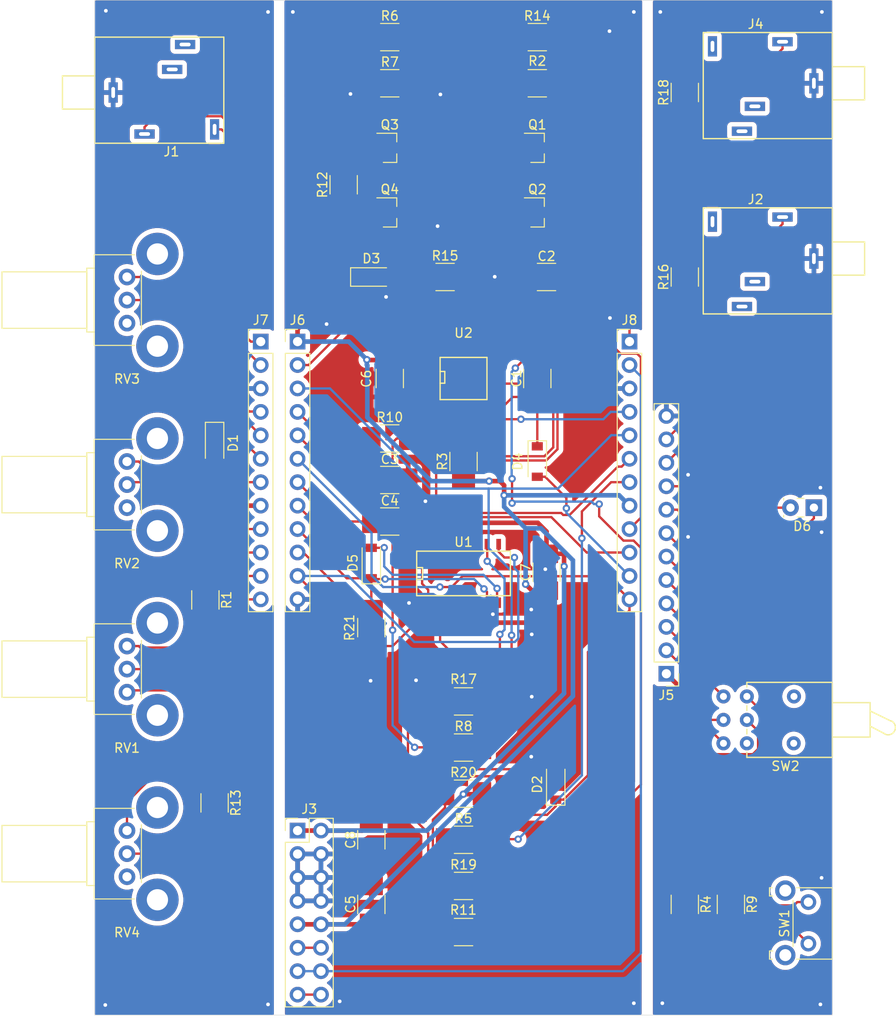
<source format=kicad_pcb>
(kicad_pcb (version 20241229) (generator "pcbnew") (generator_version "9.0")
  (layers (0 "F.Cu" signal) (2 "B.Cu" signal) (13 "F.Paste" user) (15 "B.Paste" user) (5 "F.SilkS" user "F.Silkscreen") (7 "B.SilkS" user "B.Silkscreen") (1 "F.Mask" user) (3 "B.Mask" user) (25 "Edge.Cuts" user))
  (net 0 "")
  (net 1 "Net-(C1-Pad2)")
  (net 2 "Net-(C1-Pad1)")
  (net 3 "GND")
  (net 4 "Net-(C2-Pad2)")
  (net 5 "+12v")
  (net 6 "-12v")
  (net 7 "Net-(D1-Pad2)")
  (net 8 "Net-(D1-Pad1)")
  (net 9 "Net-(D2-Pad2)")
  (net 10 "Net-(J1-Pad3)")
  (net 11 "Net-(J2-Pad3)")
  (net 12 "Net-(J2-Pad2)")
  (net 13 "Net-(J3-Pad15)")
  (net 14 "Net-(J3-Pad11)")
  (net 15 "Net-(J4-Pad2)")
  (net 16 "Net-(J4-Pad3)")
  (net 17 "Net-(Q1-Pad2)")
  (net 18 "Net-(Q1-Pad1)")
  (net 19 "Net-(Q2-Pad3)")
  (net 20 "Net-(Q3-Pad3)")
  (net 21 "Net-(Q3-Pad1)")
  (net 22 "Net-(R1-Pad2)")
  (net 23 "Net-(R4-Pad2)")
  (net 24 "Net-(R9-Pad2)")
  (net 25 "Net-(R13-Pad2)")
  (net 26 "Net-(R17-Pad2)")
  (net 27 "Net-(RV2-Pad3)")
  (net 28 "Net-(RV3-Pad3)")
  (net 29 "Net-(RV4-Pad3)")
  (net 30 "Net-(SW2-Pad3)")
  (net 31 "Speed3")
  (net 32 "Speed2")
  (net 33 "RELout")
  (net 34 "Button")
  (net 35 "RELin")
  (net 36 "LEDin")
  (net 37 "LEDout")
  (net 38 "Net-(D6-Pad2)")
  (net 39 "Net-(D6-Pad1)")
  (net 40 "Net-(J1-Pad2)")
  (net 41 "GateIn")
  (net 42 "Net-(J5-Pad7)")
  (net 43 "Net-(J5-Pad6)")
  (net 44 "Net-(J5-Pad5)")
  (net 45 "Net-(J5-Pad4)")
  (net 46 "Net-(J5-Pad3)")
  (net 47 "Net-(J5-Pad2)")
  (net 48 "ATTout")
  (net 49 "Speed1")
  (net 50 "ADSRout")
  (net 51 "ADSRInvert")
  (net 52 "Net-(J7-Pad12)")
  (net 53 "Net-(J7-Pad11)")
  (net 54 "Net-(J7-Pad10)")
  (net 55 "Net-(J7-Pad9)")
  (net 56 "Net-(J7-Pad7)")
  (net 57 "Net-(J7-Pad5)")
  (net 58 "Net-(J7-Pad4)")
  (net 59 "GateOut")
  (net 60 "ATTin")
  (net 61 "DECin")
  (net 62 "DECout")
  (net 63 "SUSin")
  (net 64 "SUSout")
  (net 65 "/GND_In")
  (net 66 "/GND_Out")
  (net 67 "/12VDC_Out")
  (net 68 "/12VDC_In")
  (net 69 "Net-(J5-Pad11)")
  (net 70 "Net-(J5-Pad10)")
  (footprint "LEDs:LED_Rectangular_W3.9mm_H1.9mm" (layer "F.Cu") (at 78 55 180)
    (property "Reference" "D6")
    (property "Value" "LED")
  )
  (footprint "Custom_Library:Mono_Jack_3.5mm_Switch_Switchcraft_35RAPC2AH3" (layer "F.Cu") (at 0 10)
    (property "Reference" "J1")
    (property "Value" "AudioJack1_Switch")
  )
  (footprint "Custom_Library:Mono_Jack_3.5mm_Switch_Switchcraft_35RAPC2AH3" (layer "F.Cu") (at 80 28 180)
    (property "Reference" "J2")
    (property "Value" "AudioJack1_Switch")
  )
  (footprint "Pin_Headers:Pin_Header_Straight_2x08_Pitch2.54mm" (layer "F.Cu") (at 22 90)
    (property "Reference" "J3")
    (property "Value" "Conn_02x08_Odd_Even")
  )
  (footprint "Custom_Library:Mono_Jack_3.5mm_Switch_Switchcraft_35RAPC2AH3" (layer "F.Cu") (at 80 9 180)
    (property "Reference" "J4")
    (property "Value" "AudioJack1_Switch")
  )
  (footprint "Potentiometers:Potentiometer_Bourns_PTV09A-2_Vertical" (layer "F.Cu") (at 3.5 70 180)
    (property "Reference" "RV1")
    (property "Value" "10k")
  )
  (footprint "Potentiometers:Potentiometer_Bourns_PTV09A-2_Vertical" (layer "F.Cu") (at 3.5 50 180)
    (property "Reference" "RV2")
    (property "Value" "500k")
  )
  (footprint "Potentiometers:Potentiometer_Bourns_PTV09A-2_Vertical" (layer "F.Cu") (at 3.5 30 180)
    (property "Reference" "RV3")
    (property "Value" "500k")
  )
  (footprint "Potentiometers:Potentiometer_Bourns_PTV09A-2_Vertical" (layer "F.Cu") (at 3.5 90 180)
    (property "Reference" "RV4")
    (property "Value" "500k")
  )
  (footprint "Custom_Library:200AWMDP1T2A1M6QE" (layer "F.Cu") (at 80 78 180)
    (property "Reference" "SW2")
    (property "Value" "SW_DPDT_x2")
  )
  (footprint "Pin_Headers:Pin_Header_Straight_1x12_Pitch2.54mm" (layer "F.Cu") (at 62 73 180)
    (property "Reference" "J5")
    (property "Value" "Conn_01x12")
  )
  (footprint "Pin_Headers:Pin_Header_Straight_1x12_Pitch2.54mm" (layer "F.Cu") (at 18 37)
    (property "Reference" "J7")
    (property "Value" "Conn_01x12")
  )
  (footprint "Pin_Headers:Pin_Header_Straight_1x12_Pitch2.54mm" (layer "F.Cu") (at 58 37)
    (property "Reference" "J8")
    (property "Value" "Conn_01x12")
  )
  (footprint "Pin_Headers:Pin_Header_Straight_1x12_Pitch2.54mm" (layer "F.Cu") (at 22 37)
    (property "Reference" "J6")
    (property "Value" "Conn_01x12")
  )
  (footprint "Custom_Library:SW_Tactile_TE_FSMRACDAH" (layer "F.Cu") (at 80 100 -90)
    (property "Reference" "SW1")
    (property "Value" "SW_Push")
  )
  (footprint "Capacitors_SMD:C_1210_HandSoldering" (layer "F.Cu") (at 48 41 90)
    (property "Reference" "C1")
    (property "Value" "0.1u")
  )
  (footprint "Capacitors_SMD:C_1210_HandSoldering" (layer "F.Cu") (at 49 30)
    (property "Reference" "C2")
    (property "Value" "0.1u")
  )
  (footprint "Capacitors_SMD:C_1210_HandSoldering" (layer "F.Cu") (at 32 52)
    (property "Reference" "C3")
    (property "Value" "1u")
  )
  (footprint "Capacitors_SMD:C_1210_HandSoldering" (layer "F.Cu") (at 32 56.5)
    (property "Reference" "C4")
    (property "Value" "10u")
  )
  (footprint "Capacitors_SMD:C_1210_HandSoldering" (layer "F.Cu") (at 30 98 90)
    (property "Reference" "C5")
    (property "Value" "22u")
  )
  (footprint "Capacitors_SMD:C_1210_HandSoldering" (layer "F.Cu") (at 32 41 -90)
    (property "Reference" "C6")
    (property "Value" "100u")
  )
  (footprint "Capacitors_SMD:C_1210_HandSoldering" (layer "F.Cu") (at 49 62 90)
    (property "Reference" "C7")
    (property "Value" "100u")
  )
  (footprint "Capacitors_SMD:C_1210_HandSoldering" (layer "F.Cu") (at 30 91 90)
    (property "Reference" "C8")
    (property "Value" "22u")
  )
  (footprint "Diodes_SMD:D_SOD-123" (layer "F.Cu") (at 13 48 -90)
    (property "Reference" "D1")
    (property "Value" "1N4148")
  )
  (footprint "Diodes_SMD:D_SOD-123" (layer "F.Cu") (at 50 85 90)
    (property "Reference" "D2")
    (property "Value" "1N4148")
  )
  (footprint "Diodes_SMD:D_SOD-123" (layer "F.Cu") (at 30 30)
    (property "Reference" "D3")
    (property "Value" "1N4148")
  )
  (footprint "Diodes_SMD:D_SOD-123" (layer "F.Cu") (at 48 50 -90)
    (property "Reference" "D4")
    (property "Value" "1N4148")
  )
  (footprint "Diodes_SMD:D_SOD-123" (layer "F.Cu") (at 30 61 90)
    (property "Reference" "D5")
    (property "Value" "1N4148")
  )
  (footprint "TO_SOT_Packages_SMD:SOT-23" (layer "F.Cu") (at 48 16)
    (property "Reference" "Q1")
    (property "Value" "2N7000")
  )
  (footprint "TO_SOT_Packages_SMD:SOT-23" (layer "F.Cu") (at 48 23)
    (property "Reference" "Q2")
    (property "Value" "2N3904")
  )
  (footprint "TO_SOT_Packages_SMD:SOT-23" (layer "F.Cu") (at 32 16)
    (property "Reference" "Q3")
    (property "Value" "2N3904")
  )
  (footprint "TO_SOT_Packages_SMD:SOT-23" (layer "F.Cu") (at 32 23)
    (property "Reference" "Q4")
    (property "Value" "2N3904")
  )
  (footprint "Resistors_SMD:R_1210_HandSoldering" (layer "F.Cu") (at 48 9 180)
    (property "Reference" "R2")
    (property "Value" "1M")
  )
  (footprint "Resistors_SMD:R_1210_HandSoldering" (layer "F.Cu") (at 40 50 90)
    (property "Reference" "R3")
    (property "Value" "22k")
  )
  (footprint "Resistors_SMD:R_1210_HandSoldering" (layer "F.Cu") (at 64 98 -90)
    (property "Reference" "R4")
    (property "Value" "10k")
  )
  (footprint "Resistors_SMD:R_1210_HandSoldering" (layer "F.Cu") (at 40 91)
    (property "Reference" "R5")
    (property "Value" "100")
  )
  (footprint "Resistors_SMD:R_1210_HandSoldering" (layer "F.Cu") (at 32 4)
    (property "Reference" "R6")
    (property "Value" "22k")
  )
  (footprint "Resistors_SMD:R_1210_HandSoldering" (layer "F.Cu") (at 32 9)
    (property "Reference" "R7")
    (property "Value" "22k")
  )
  (footprint "Resistors_SMD:R_1210_HandSoldering" (layer "F.Cu") (at 40 81)
    (property "Reference" "R8")
    (property "Value" "680")
  )
  (footprint "Resistors_SMD:R_1210_HandSoldering" (layer "F.Cu") (at 69 98 -90)
    (property "Reference" "R9")
    (property "Value" "47k")
  )
  (footprint "Resistors_SMD:R_1210_HandSoldering" (layer "F.Cu") (at 32 47.5)
    (property "Reference" "R10")
    (property "Value" "120")
  )
  (footprint "Resistors_SMD:R_1210_HandSoldering" (layer "F.Cu") (at 40 101 180)
    (property "Reference" "R11")
    (property "Value" "22k")
  )
  (footprint "Resistors_SMD:R_1210_HandSoldering" (layer "F.Cu") (at 27 20 90)
    (property "Reference" "R12")
    (property "Value" "1M")
  )
  (footprint "Resistors_SMD:R_1210_HandSoldering" (layer "F.Cu") (at 13 87 -90)
    (property "Reference" "R13")
    (property "Value" "100")
  )
  (footprint "Resistors_SMD:R_1210_HandSoldering" (layer "F.Cu") (at 48 4)
    (property "Reference" "R14")
    (property "Value" "1.2M")
  )
  (footprint "Resistors_SMD:R_1210_HandSoldering" (layer "F.Cu") (at 38 30)
    (property "Reference" "R15")
    (property "Value" "10")
  )
  (footprint "Resistors_SMD:R_1210_HandSoldering" (layer "F.Cu") (at 64 30 90)
    (property "Reference" "R16")
    (property "Value" "1k")
  )
  (footprint "Resistors_SMD:R_1210_HandSoldering" (layer "F.Cu") (at 64 10 90)
    (property "Reference" "R18")
    (property "Value" "1k")
  )
  (footprint "Resistors_SMD:R_1210_HandSoldering" (layer "F.Cu") (at 40 96)
    (property "Reference" "R19")
    (property "Value" "100k")
  )
  (footprint "Resistors_SMD:R_1210_HandSoldering" (layer "F.Cu") (at 40 86)
    (property "Reference" "R20")
    (property "Value" "150k")
  )
  (footprint "Resistors_SMD:R_1210_HandSoldering" (layer "F.Cu") (at 30 68 -90)
    (property "Reference" "R21")
    (property "Value" "1k")
  )
  (footprint "SMD_Packages:SOIC-14_N" (layer "F.Cu") (at 40 62)
    (property "Reference" "U1")
    (property "Value" "TL074")
  )
  (footprint "SMD_Packages:SOIC-8-N" (layer "F.Cu") (at 40 41)
    (property "Reference" "U2")
    (property "Value" "ICM7555")
  )
  (footprint "Resistors_SMD:R_1210_HandSoldering" (layer "F.Cu") (at 40 76 180)
    (property "Reference" "R17")
    (property "Value" "100k")
  )
  (footprint "Resistors_SMD:R_1210_HandSoldering" (layer "F.Cu") (at 12 65 -90)
    (property "Reference" "R1")
    (property "Value" "4.7k")
  )
  (gr_line (start 80 0) (end 80 110) (stroke (width 0.05)) (layer "Edge.Cuts"))
  (gr_line (start 80 110) (end 0 110) (stroke (width 0.05)) (layer "Edge.Cuts"))
  (gr_line (start 0 0) (end 80 0) (stroke (width 0.05)) (layer "Edge.Cuts"))
  (gr_line (start 0 110) (end 0 0) (stroke (width 0.05)) (layer "Edge.Cuts"))
  (segment (start 52.6796 28.2956) (end 48.334 23.95) (width 0.25) (layer "F.Cu") (net 1))
  (segment (start 58.451402 58.5724) (end 57.34881 58.5724) (width 0.25) (layer "F.Cu") (net 1))
  (segment (start 52.6796 31.496) (end 52.6796 28.2956) (width 0.25) (layer "F.Cu") (net 1))
  (segment (start 45.2628 54.5086) (end 45.2628 53.942915) (width 0.25) (layer "F.Cu") (net 1))
  (segment (start 59.2328 59.353798) (end 58.451402 58.5724) (width 0.25) (layer "F.Cu") (net 1))
  (segment (start 57.34881 58.5724) (end 54.7116 55.93519) (width 0.25) (layer "F.Cu") (net 1))
  (segment (start 45.2628 53.942915) (end 45.2628 51.8668) (width 0.25) (layer "F.Cu") (net 1))
  (segment (start 43.25 101) (end 59.2328 85.0172) (width 0.25) (layer "F.Cu") (net 1))
  (segment (start 48.334 23.95) (end 47.7 23.95) (width 0.25) (layer "F.Cu") (net 1))
  (segment (start 45.622 39.878) (end 45.6184 39.878) (width 0.25) (layer "F.Cu") (net 1))
  (segment (start 48 36.1756) (end 52.6796 31.496) (width 0.25) (layer "F.Cu") (net 1))
  (segment (start 42 101) (end 43.25 101) (width 0.25) (layer "F.Cu") (net 1))
  (segment (start 48 39) (end 46.5 39) (width 0.25) (layer "F.Cu") (net 1))
  (segment (start 48 39) (end 48 36.1756) (width 0.25) (layer "F.Cu") (net 1))
  (segment (start 46.5 39) (end 45.622 39.878) (width 0.25) (layer "F.Cu") (net 1))
  (segment (start 54.7116 55.93519) (end 54.7116 54.61) (width 0.25) (layer "F.Cu") (net 1))
  (segment (start 59.2328 85.0172) (end 59.2328 59.353798) (width 0.25) (layer "F.Cu") (net 1))
  (segment (start 47.7 23.95) (end 47 23.95) (width 0.25) (layer "F.Cu") (net 1))
  (via (at 54.7116 54.61) (size 0.8) (drill 0.4) (layers "F.Cu" "B.Cu") (net 1))
  (via (at 45.2628 54.5086) (size 0.8) (drill 0.4) (layers "F.Cu" "B.Cu") (net 1))
  (via (at 45.6184 39.878) (size 0.8) (drill 0.4) (layers "F.Cu" "B.Cu") (net 1))
  (via (at 45.2628 51.8668) (size 0.8) (drill 0.4) (layers "F.Cu" "B.Cu") (net 1))
  (segment (start 53.878114 54.342199) (end 45.429201 54.342199) (width 0.25) (layer "B.Cu") (net 1))
  (segment (start 45.429201 54.342199) (end 45.2628 54.5086) (width 0.25) (layer "B.Cu") (net 1))
  (segment (start 54.145915 54.61) (end 53.878114 54.342199) (width 0.25) (layer "B.Cu") (net 1))
  (segment (start 45.218401 51.822401) (end 45.2628 51.8668) (width 0.25) (layer "B.Cu") (net 1))
  (segment (start 45.218401 40.277999) (end 45.218401 51.822401) (width 0.25) (layer "B.Cu") (net 1))
  (segment (start 45.6184 39.878) (end 45.218401 40.277999) (width 0.25) (layer "B.Cu") (net 1))
  (segment (start 54.7116 54.61) (end 54.145915 54.61) (width 0.25) (layer "B.Cu") (net 1))
  (segment (start 33.7 23) (end 37.954789 27.254789) (width 0.25) (layer "F.Cu") (net 2))
  (segment (start 33 21.5592) (end 33 23) (width 0.25) (layer "F.Cu") (net 2))
  (segment (start 38.7604 32.9692) (end 38.7604 40.2089) (width 0.25) (layer "F.Cu") (net 2))
  (segment (start 35.25 9) (end 46 9) (width 0.25) (layer "F.Cu") (net 2))
  (segment (start 33 23) (end 33.7 23) (width 0.25) (layer "F.Cu") (net 2))
  (segment (start 37.954789 27.254789) (end 37.954789 32.16359) (width 0.25) (layer "F.Cu") (net 2))
  (segment (start 45.3412 43) (end 48 43) (width 0.25) (layer "F.Cu") (net 2))
  (segment (start 34 9) (end 34 20.5592) (width 0.25) (layer "F.Cu") (net 2))
  (segment (start 37.954789 32.16359) (end 38.7604 32.9692) (width 0.25) (layer "F.Cu") (net 2))
  (segment (start 41.905 43.3535) (end 41.905 44.175) (width 0.25) (layer "F.Cu") (net 2))
  (segment (start 44.1662 44.175) (end 45.3412 43) (width 0.25) (layer "F.Cu") (net 2))
  (segment (start 48 48.35) (end 48 43) (width 0.25) (layer "F.Cu") (net 2))
  (segment (start 34 20.5592) (end 33 21.5592) (width 0.25) (layer "F.Cu") (net 2))
  (segment (start 41.905 44.175) (end 44.1662 44.175) (width 0.25) (layer "F.Cu") (net 2))
  (segment (start 38.7604 40.2089) (end 41.905 43.3535) (width 0.25) (layer "F.Cu") (net 2))
  (segment (start 34 9) (end 35.25 9) (width 0.25) (layer "F.Cu") (net 2))
  (segment (start 40 30) (end 43.3552 30) (width 0.25) (layer "F.Cu") (net 3))
  (segment (start 43.4112 30) (end 43.3832 29.972) (width 0.25) (layer "F.Cu") (net 3))
  (segment (start 43.3552 30) (end 43.3832 29.972) (width 0.25) (layer "F.Cu") (net 3))
  (segment (start 47 30) (end 43.4112 30) (width 0.25) (layer "F.Cu") (net 3))
  (via (at 47.3456 81.9912) (size 0.8) (drill 0.4) (layers "F.Cu" "B.Cu") (net 3))
  (via (at 37.4904 10.2108) (size 0.8) (drill 0.4) (layers "F.Cu" "B.Cu") (net 3))
  (via (at 31.5976 32.1564) (size 0.8) (drill 0.4) (layers "F.Cu" "B.Cu") (net 3))
  (via (at 43.18 66.548) (size 0.8) (drill 0.4) (layers "F.Cu" "B.Cu") (net 3))
  (via (at 26.5684 108.5088) (size 0.8) (drill 0.4) (layers "F.Cu" "B.Cu") (net 3))
  (via (at 55.88 34.4424) (size 0.8) (drill 0.4) (layers "F.Cu" "B.Cu") (net 3))
  (via (at 25.146 35.1028) (size 0.8) (drill 0.4) (layers "F.Cu" "B.Cu") (net 3))
  (via (at 47.3964 68.7324) (size 0.8) (drill 0.4) (layers "F.Cu" "B.Cu") (net 3))
  (via (at 47.3964 75.4888) (size 0.8) (drill 0.4) (layers "F.Cu" "B.Cu") (net 3))
  (via (at 58.4708 1.27) (size 0.8) (drill 0.4) (layers "F.Cu" "B.Cu") (net 3))
  (via (at 21.4884 1.27) (size 0.8) (drill 0.4) (layers "F.Cu" "B.Cu") (net 3))
  (via (at 37.1856 24.4856) (size 0.8) (drill 0.4) (layers "F.Cu" "B.Cu") (net 3))
  (via (at 34.0868 65.3288) (size 0.8) (drill 0.4) (layers "F.Cu" "B.Cu") (net 3))
  (via (at 34.8488 73.7108) (size 0.8) (drill 0.4) (layers "F.Cu" "B.Cu") (net 3))
  (via (at 55.8292 3.3528) (size 0.8) (drill 0.4) (layers "F.Cu" "B.Cu") (net 3))
  (via (at 47.3456 66.04) (size 0.8) (drill 0.4) (layers "F.Cu" "B.Cu") (net 3))
  (via (at 58.4708 108.712) (size 0.8) (drill 0.4) (layers "F.Cu" "B.Cu") (net 3))
  (via (at 27.7368 10.16) (size 0.8) (drill 0.4) (layers "F.Cu" "B.Cu") (net 3))
  (via (at 48.8696 61.6712) (size 0.8) (drill 0.4) (layers "F.Cu" "B.Cu") (net 3))
  (via (at 43.3832 29.972) (size 0.8) (drill 0.4) (layers "F.Cu" "B.Cu") (net 3))
  (via (at 35.8648 54.3052) (size 0.8) (drill 0.4) (layers "F.Cu" "B.Cu") (net 3))
  (via (at 29.9212 73.7616) (size 0.8) (drill 0.4) (layers "F.Cu" "B.Cu") (net 3))
  (segment (start 51 31.5) (end 51 30) (width 0.25) (layer "F.Cu") (net 4))
  (segment (start 41.905 37.825) (end 44.675 37.825) (width 0.25) (layer "F.Cu") (net 4))
  (segment (start 44.675 37.825) (end 51 31.5) (width 0.25) (layer "F.Cu") (net 4))
  (segment (start 49 66.316) (end 49 64) (width 0.5) (layer "F.Cu") (net 5))
  (segment (start 23.2664 34.3836) (end 23.2664 11.3284) (width 0.5) (layer "F.Cu") (net 5))
  (segment (start 25.5948 9) (end 30 9) (width 0.5) (layer "F.Cu") (net 5))
  (segment (start 33.175 37.825) (end 32 39) (width 0.5) (layer "F.Cu") (net 5))
  (segment (start 42.7736 52.1208) (end 40.1208 52.1208) (width 0.5) (layer "F.Cu") (net 5))
  (segment (start 40.1208 52.1208) (end 40 52) (width 0.5) (layer "F.Cu") (net 5))
  (segment (start 22 35.65) (end 23.2664 34.3836) (width 0.5) (layer "F.Cu") (net 5))
  (segment (start 40 65.302) (end 40 66.924) (width 0.5) (layer "F.Cu") (net 5))
  (segment (start 32 39) (end 29.5512 39) (width 0.5) (layer "F.Cu") (net 5))
  (segment (start 43.942 52.1208) (end 44.3992 52.578) (width 0.5) (layer "F.Cu") (net 5))
  (segment (start 40 66.924) (end 40.5384 67.4624) (width 0.5) (layer "F.Cu") (net 5))
  (segment (start 24.54 100.16) (end 29.84 100.16) (width 0.5) (layer "F.Cu") (net 5))
  (segment (start 40.5384 67.4624) (end 47.8536 67.4624) (width 0.5) (layer "F.Cu") (net 5))
  (segment (start 38.095 37.825) (end 33.175 37.825) (width 0.5) (layer "F.Cu") (net 5))
  (segment (start 22 100.16) (end 24.54 100.16) (width 0.5) (layer "F.Cu") (net 5))
  (segment (start 29.84 100.16) (end 30 100) (width 0.5) (layer "F.Cu") (net 5))
  (segment (start 47.4392 64) (end 46.736 63.2968) (width 0.5) (layer "F.Cu") (net 5))
  (segment (start 23.2664 11.3284) (end 25.5948 9) (width 0.5) (layer "F.Cu") (net 5))
  (segment (start 49 64) (end 47.4392 64) (width 0.5) (layer "F.Cu") (net 5))
  (segment (start 22 37) (end 22 35.65) (width 0.5) (layer "F.Cu") (net 5))
  (segment (start 44.3992 52.578) (end 44.3992 53.6586) (width 0.5) (layer "F.Cu") (net 5))
  (segment (start 42.7736 52.1208) (end 43.942 52.1208) (width 0.5) (layer "F.Cu") (net 5))
  (segment (start 29.5512 39) (end 29.5148 38.9636) (width 0.5) (layer "F.Cu") (net 5))
  (segment (start 47.8536 67.4624) (end 49 66.316) (width 0.5) (layer "F.Cu") (net 5))
  (segment (start 30 9) (end 30 4) (width 0.5) (layer "F.Cu") (net 5))
  (via (at 29.5148 38.9636) (size 0.8) (drill 0.4) (layers "F.Cu" "B.Cu") (net 5))
  (via (at 42.7736 52.1208) (size 0.8) (drill 0.4) (layers "F.Cu" "B.Cu") (net 5))
  (via (at 44.3992 53.6586) (size 0.8) (drill 0.4) (layers "F.Cu" "B.Cu") (net 5))
  (via (at 46.736 63.2968) (size 0.8) (drill 0.4) (layers "F.Cu" "B.Cu") (net 5))
  (segment (start 27.5512 37) (end 22 37) (width 0.5) (layer "B.Cu") (net 5))
  (segment (start 29.5148 38.9636) (end 29.5148 39.529285) (width 0.5) (layer "B.Cu") (net 5))
  (segment (start 29.5656 45.212) (end 36.4744 52.1208) (width 0.5) (layer "B.Cu") (net 5))
  (segment (start 27.132802 100.16) (end 51.8668 75.426002) (width 0.5) (layer "B.Cu") (net 5))
  (segment (start 44.3992 54.903002) (end 44.3992 54.224285) (width 0.5) (layer "B.Cu") (net 5))
  (segment (start 44.3992 53.6586) (end 56.8786 53.6586) (width 0.5) (layer "B.Cu") (net 5))
  (segment (start 46.736 57.239802) (end 44.3992 54.903002) (width 0.5) (layer "B.Cu") (net 5))
  (segment (start 56.8786 53.6586) (end 58 54.78) (width 0.5) (layer "B.Cu") (net 5))
  (segment (start 29.5148 38.9636) (end 27.5512 37) (width 0.5) (layer "B.Cu") (net 5))
  (segment (start 29.5148 39.529285) (end 29.5656 39.580085) (width 0.5) (layer "B.Cu") (net 5))
  (segment (start 44.3992 54.224285) (end 44.3992 53.6586) (width 0.5) (layer "B.Cu") (net 5))
  (segment (start 48.400602 57.239802) (end 46.736 57.239802) (width 0.5) (layer "B.Cu") (net 5))
  (segment (start 46.736 63.2968) (end 46.736 57.239802) (width 0.5) (layer "B.Cu") (net 5))
  (segment (start 51.8668 60.706) (end 48.400602 57.239802) (width 0.5) (layer "B.Cu") (net 5))
  (segment (start 51.8668 75.426002) (end 51.8668 60.706) (width 0.5) (layer "B.Cu") (net 5))
  (segment (start 36.4744 52.1208) (end 42.7736 52.1208) (width 0.5) (layer "B.Cu") (net 5))
  (segment (start 29.5656 39.580085) (end 29.5656 45.212) (width 0.5) (layer "B.Cu") (net 5))
  (segment (start 24.54 100.16) (end 27.132802 100.16) (width 0.5) (layer "B.Cu") (net 5))
  (segment (start 22 90) (end 24.54 90) (width 0.5) (layer "F.Cu") (net 6))
  (segment (start 39.9796 86.0552) (end 41.9448 86.0552) (width 0.5) (layer "F.Cu") (net 6))
  (segment (start 29 90) (end 30 89) (width 0.5) (layer "F.Cu") (net 6))
  (segment (start 40 57.1296) (end 40.4876 56.642) (width 0.5) (layer "F.Cu") (net 6))
  (segment (start 40 58.952) (end 40 57.1296) (width 0.5) (layer "F.Cu") (net 6))
  (segment (start 41.9448 86.0552) (end 42 86) (width 0.5) (layer "F.Cu") (net 6))
  (segment (start 49 57.5852) (end 49 60) (width 0.5) (layer "F.Cu") (net 6))
  (segment (start 40.4876 56.642) (end 48.0568 56.642) (width 0.5) (layer "F.Cu") (net 6))
  (segment (start 48.0568 56.642) (end 49 57.5852) (width 0.5) (layer "F.Cu") (net 6))
  (segment (start 49 60) (end 50.75 60) (width 0.5) (layer "F.Cu") (net 6))
  (segment (start 50.9016 60.1516) (end 50.9016 61.3664) (width 0.5) (layer "F.Cu") (net 6))
  (segment (start 24.54 90) (end 29 90) (width 0.5) (layer "F.Cu") (net 6))
  (segment (start 50.75 60) (end 50.9016 60.1516) (width 0.5) (layer "F.Cu") (net 6))
  (via (at 50.9016 61.3664) (size 0.8) (drill 0.4) (layers "F.Cu" "B.Cu") (net 6))
  (via (at 39.9796 86.0552) (size 0.8) (drill 0.4) (layers "F.Cu" "B.Cu") (net 6))
  (segment (start 24.54 90) (end 36.0348 90) (width 0.5) (layer "B.Cu") (net 6))
  (segment (start 39.9796 86.0552) (end 50.9016 75.1332) (width 0.5) (layer "B.Cu") (net 6))
  (segment (start 50.9016 75.1332) (end 50.9016 61.932085) (width 0.5) (layer "B.Cu") (net 6))
  (segment (start 50.9016 61.932085) (end 50.9016 61.3664) (width 0.5) (layer "B.Cu") (net 6))
  (segment (start 36.0348 90) (end 39.9796 86.0552) (width 0.5) (layer "B.Cu") (net 6))
  (segment (start 3.5 50) (end 4.7728 50) (width 0.25) (layer "F.Cu") (net 7))
  (segment (start 12.6365 50.8) (end 13 50.4365) (width 0.25) (layer "F.Cu") (net 7))
  (segment (start 5.5728 50.8) (end 12.6365 50.8) (width 0.25) (layer "F.Cu") (net 7))
  (segment (start 13 50.4365) (end 13 49.7195) (width 0.25) (layer "F.Cu") (net 7))
  (segment (start 4.7728 50) (end 5.5728 50.8) (width 0.25) (layer "F.Cu") (net 7))
  (segment (start 13 46.4195) (end 14.7195 46.4195) (width 0.25) (layer "F.Cu") (net 8))
  (segment (start 14.7195 46.4195) (end 18 49.7) (width 0.25) (layer "F.Cu") (net 8))
  (segment (start 34 47.5) (end 32.75 47.5) (width 0.25) (layer "F.Cu") (net 9))
  (segment (start 38 81) (end 38 82.5) (width 0.25) (layer "F.Cu") (net 9))
  (segment (start 34.6964 80.9752) (end 37.9752 80.9752) (width 0.25) (layer "F.Cu") (net 9))
  (segment (start 49.15 83.35) (end 50 83.35) (width 0.25) (layer "F.Cu") (net 9))
  (segment (start 37.9752 80.9752) (end 38 81) (width 0.25) (layer "F.Cu") (net 9))
  (segment (start 38.85 83.35) (end 49.15 83.35) (width 0.25) (layer "F.Cu") (net 9))
  (segment (start 32.75 47.5) (end 32.3088 47.9412) (width 0.25) (layer "F.Cu") (net 9))
  (segment (start 38 82.5) (end 38.85 83.35) (width 0.25) (layer "F.Cu") (net 9))
  (segment (start 32.3088 47.9412) (end 32.3088 68.2752) (width 0.25) (layer "F.Cu") (net 9))
  (via (at 34.6964 80.9752) (size 0.8) (drill 0.4) (layers "F.Cu" "B.Cu") (net 9))
  (via (at 32.3088 68.2752) (size 0.8) (drill 0.4) (layers "F.Cu" "B.Cu") (net 9))
  (segment (start 32.3088 68.2752) (end 32.3088 78.5876) (width 0.25) (layer "B.Cu") (net 9))
  (segment (start 32.3088 78.5876) (end 34.6964 80.9752) (width 0.25) (layer "B.Cu") (net 9))
  (segment (start 16.51 36.576) (end 16.934 37) (width 0.25) (layer "F.Cu") (net 10))
  (segment (start 16.934 37) (end 18 37) (width 0.25) (layer "F.Cu") (net 10))
  (segment (start 13.76 12.575) (end 16.51 15.325) (width 0.25) (layer "F.Cu") (net 10))
  (segment (start 5.4 13.75) (end 6.575 12.575) (width 0.25) (layer "F.Cu") (net 10))
  (segment (start 16.51 15.325) (end 16.51 36.576) (width 0.25) (layer "F.Cu") (net 10))
  (segment (start 5.4 14.5) (end 5.4 13.75) (width 0.25) (layer "F.Cu") (net 10))
  (segment (start 6.575 12.575) (end 13.76 12.575) (width 0.25) (layer "F.Cu") (net 10))
  (segment (start 64 28) (end 70.85 28) (width 0.25) (layer "F.Cu") (net 11))
  (segment (start 74.6 24.25) (end 74.6 23.5) (width 0.25) (layer "F.Cu") (net 11))
  (segment (start 70.85 28) (end 74.6 24.25) (width 0.25) (layer "F.Cu") (net 11))
  (segment (start 22 107.78) (end 24.54 107.78) (width 0.25) (layer "F.Cu") (net 13))
  (segment (start 23.202081 102.7) (end 24.54 102.7) (width 0.25) (layer "F.Cu") (net 14))
  (segment (start 22 102.7) (end 23.202081 102.7) (width 0.25) (layer "F.Cu") (net 14))
  (segment (start 71.85 8) (end 65.5 8) (width 0.25) (layer "F.Cu") (net 16))
  (segment (start 65.5 8) (end 64 8) (width 0.25) (layer "F.Cu") (net 16))
  (segment (start 74.6 5.25) (end 71.85 8) (width 0.25) (layer "F.Cu") (net 16))
  (segment (start 74.6 4.5) (end 74.6 5.25) (width 0.25) (layer "F.Cu") (net 16))
  (segment (start 48.75 9) (end 48.006 9.744) (width 0.25) (layer "F.Cu") (net 17))
  (segment (start 50 9) (end 48.75 9) (width 0.25) (layer "F.Cu") (net 17))
  (segment (start 47.7 16.95) (end 47 16.95) (width 0.25) (layer "F.Cu") (net 17))
  (segment (start 48.006 9.744) (end 48.006 16.644) (width 0.25) (layer "F.Cu") (net 17))
  (segment (start 48.006 16.644) (end 47.7 16.95) (width 0.25) (layer "F.Cu") (net 17))
  (segment (start 47 15.05) (end 46.3 15.05) (width 0.25) (layer "F.Cu") (net 18))
  (segment (start 39.365 32.93739) (end 39.365 37.0035) (width 0.25) (layer "F.Cu") (net 18))
  (segment (start 46.3 15.05) (end 38.4048 22.9452) (width 0.25) (layer "F.Cu") (net 18))
  (segment (start 38.4048 22.9452) (end 38.4048 31.97719) (width 0.25) (layer "F.Cu") (net 18))
  (segment (start 38.4048 31.97719) (end 39.365 32.93739) (width 0.25) (layer "F.Cu") (net 18))
  (segment (start 39.365 37.0035) (end 39.365 37.825) (width 0.25) (layer "F.Cu") (net 18))
  (segment (start 40 49.25) (end 40 48) (width 0.25) (layer "F.Cu") (net 19))
  (segment (start 53.1368 31.6992) (end 50.1904 34.6456) (width 0.25) (layer "F.Cu") (net 19))
  (segment (start 50.1904 34.6456) (end 50.1904 48.6664) (width 0.25) (layer "F.Cu") (net 19))
  (segment (start 40 46.4008) (end 39.365 45.7658) (width 0.25) (layer "F.Cu") (net 19))
  (segment (start 48.9712 49.8856) (end 40.6356 49.8856) (width 0.25) (layer "F.Cu") (net 19))
  (segment (start 40 48) (end 40 46.4008) (width 0.25) (layer "F.Cu") (net 19))
  (segment (start 39.365 45.7658) (end 39.365 44.175) (width 0.25) (layer "F.Cu") (net 19))
  (segment (start 49 23) (end 49 23.9048) (width 0.25) (layer "F.Cu") (net 19))
  (segment (start 53.1368 28.0416) (end 53.1368 31.6992) (width 0.25) (layer "F.Cu") (net 19))
  (segment (start 49 23.9048) (end 53.1368 28.0416) (width 0.25) (layer "F.Cu") (net 19))
  (segment (start 50.1904 48.6664) (end 48.9712 49.8856) (width 0.25) (layer "F.Cu") (net 19))
  (segment (start 40.6356 49.8856) (end 40 49.25) (width 0.25) (layer "F.Cu") (net 19))
  (segment (start 29.5656 21.59) (end 29.5656 23.2156) (width 0.25) (layer "F.Cu") (net 20))
  (segment (start 33 16) (end 33 18.1556) (width 0.25) (layer "F.Cu") (net 20))
  (segment (start 34 4) (end 32.75 4) (width 0.25) (layer "F.Cu") (net 20))
  (segment (start 29.5656 23.2156) (end 30.3 23.95) (width 0.25) (layer "F.Cu") (net 20))
  (segment (start 32.2072 4.5428) (end 32.2072 13.3096) (width 0.25) (layer "F.Cu") (net 20))
  (segment (start 33 18.1556) (end 29.5656 21.59) (width 0.25) (layer "F.Cu") (net 20))
  (segment (start 32.2072 13.3096) (end 33 14.1024) (width 0.25) (layer "F.Cu") (net 20))
  (segment (start 32.75 4) (end 32.2072 4.5428) (width 0.25) (layer "F.Cu") (net 20))
  (segment (start 33 14.1024) (end 33 16) (width 0.25) (layer "F.Cu") (net 20))
  (segment (start 30.3 23.95) (end 31 23.95) (width 0.25) (layer "F.Cu") (net 20))
  (segment (start 29.11559 24.54359) (end 30.5816 26.0096) (width 0.25) (layer "F.Cu") (net 21))
  (segment (start 31.9532 18.4912) (end 29.11559 21.32881) (width 0.25) (layer "F.Cu") (net 21))
  (segment (start 31.9532 15.3032) (end 31.9532 18.4912) (width 0.25) (layer "F.Cu") (net 21))
  (segment (start 32.8168 26.0096) (end 32.8168 28.0668) (width 0.25) (layer "F.Cu") (net 21))
  (segment (start 31 15.05) (end 31.7 15.05) (width 0.25) (layer "F.Cu") (net 21))
  (segment (start 31.7 15.05) (end 31.9532 15.3032) (width 0.25) (layer "F.Cu") (net 21))
  (segment (start 32.0548 23.0548) (end 32.0548 24.13) (width 0.25) (layer "F.Cu") (net 21))
  (segment (start 34.75 30) (end 36 30) (width 0.25) (layer "F.Cu") (net 21))
  (segment (start 29.11559 21.32881) (end 29.11559 24.54359) (width 0.25) (layer "F.Cu") (net 21))
  (segment (start 32.8168 28.0668) (end 34.75 30) (width 0.25) (layer "F.Cu") (net 21))
  (segment (start 32.0548 24.13) (end 32.8168 24.892) (width 0.25) (layer "F.Cu") (net 21))
  (segment (start 31 22.05) (end 31.05 22.05) (width 0.25) (layer "F.Cu") (net 21))
  (segment (start 32.8168 24.892) (end 32.8168 26.0096) (width 0.25) (layer "F.Cu") (net 21))
  (segment (start 31.05 22.05) (end 32.0548 23.0548) (width 0.25) (layer "F.Cu") (net 21))
  (segment (start 30.5816 26.0096) (end 32.8168 26.0096) (width 0.25) (layer "F.Cu") (net 21))
  (segment (start 4.9328 70.16) (end 10.8025 70.16) (width 0.25) (layer "F.Cu") (net 22))
  (segment (start 4.7728 70) (end 4.9328 70.16) (width 0.25) (layer "F.Cu") (net 22))
  (segment (start 3.5 70) (end 4.7728 70) (width 0.25) (layer "F.Cu") (net 22))
  (segment (start 10.8025 70.16) (end 12 68.9625) (width 0.25) (layer "F.Cu") (net 22))
  (segment (start 12 68.9625) (end 12 67) (width 0.25) (layer "F.Cu") (net 22))
  (segment (start 65.862 100) (end 64 100) (width 0.25) (layer "F.Cu") (net 23))
  (segment (start 75.840419 98.1075) (end 67.7545 98.1075) (width 0.25) (layer "F.Cu") (net 23))
  (segment (start 67.7545 98.1075) (end 65.862 100) (width 0.25) (layer "F.Cu") (net 23))
  (segment (start 76.197919 97.75) (end 75.840419 98.1075) (width 0.25) (layer "F.Cu") (net 23))
  (segment (start 77.4 97.75) (end 76.197919 97.75) (width 0.25) (layer "F.Cu") (net 23))
  (segment (start 69 100) (end 75.15 100) (width 0.25) (layer "F.Cu") (net 24))
  (segment (start 75.15 100) (end 77.4 102.25) (width 0.25) (layer "F.Cu") (net 24))
  (segment (start 12.66 92.5) (end 13 92.16) (width 0.25) (layer "F.Cu") (net 25))
  (segment (start 13 92.16) (end 13 89) (width 0.25) (layer "F.Cu") (net 25))
  (segment (start 3.5 92.5) (end 12.66 92.5) (width 0.25) (layer "F.Cu") (net 25))
  (segment (start 38.5572 93.6244) (end 40.9448 96.012) (width 0.25) (layer "F.Cu") (net 26))
  (segment (start 38 76) (end 38 77.5) (width 0.25) (layer "F.Cu") (net 26))
  (segment (start 40.9448 96.012) (end 41.988 96.012) (width 0.25) (layer "F.Cu") (net 26))
  (segment (start 38.3256 77.8256) (end 43.3324 77.8256) (width 0.25) (layer "F.Cu") (net 26))
  (segment (start 33.971399 78.778601) (end 33.971399 83.221399) (width 0.25) (layer "F.Cu") (net 26))
  (segment (start 42.5704 58.9824) (end 42.54 58.952) (width 0.25) (layer "F.Cu") (net 26))
  (segment (start 36.674999 88.825001) (end 36.674999 92.808999) (width 0.25) (layer "F.Cu") (net 26))
  (segment (start 36.75 76) (end 33.971399 78.778601) (width 0.25) (layer "F.Cu") (net 26))
  (segment (start 41.988 96.012) (end 42 96) (width 0.25) (layer "F.Cu") (net 26))
  (segment (start 36.75 86) (end 38 86) (width 0.25) (layer "F.Cu") (net 26))
  (segment (start 38 86) (end 38 87.5) (width 0.25) (layer "F.Cu") (net 26))
  (segment (start 38 77.5) (end 38.3256 77.8256) (width 0.25) (layer "F.Cu") (net 26))
  (segment (start 43.3324 77.8256) (end 43.942 77.216) (width 0.25) (layer "F.Cu") (net 26))
  (segment (start 36.674999 92.808999) (end 37.4904 93.6244) (width 0.25) (layer "F.Cu") (net 26))
  (segment (start 43.942 77.216) (end 43.942 69.298085) (width 0.25) (layer "F.Cu") (net 26))
  (segment (start 33.971399 83.221399) (end 36.75 86) (width 0.25) (layer "F.Cu") (net 26))
  (segment (start 38 87.5) (end 36.674999 88.825001) (width 0.25) (layer "F.Cu") (net 26))
  (segment (start 42.5704 60.8076) (end 42.5704 58.9824) (width 0.25) (layer "F.Cu") (net 26))
  (segment (start 43.942 69.298085) (end 43.942 68.7324) (width 0.25) (layer "F.Cu") (net 26))
  (segment (start 38 76) (end 36.75 76) (width 0.25) (layer "F.Cu") (net 26))
  (segment (start 37.4904 93.6244) (end 38.5572 93.6244) (width 0.25) (layer "F.Cu") (net 26))
  (via (at 42.5704 60.8076) (size 0.8) (drill 0.4) (layers "F.Cu" "B.Cu") (net 26))
  (via (at 43.942 68.7324) (size 0.8) (drill 0.4) (layers "F.Cu" "B.Cu") (net 26))
  (segment (start 44.45 62.6872) (end 44.45 68.2244) (width 0.25) (layer "B.Cu") (net 26))
  (segment (start 44.45 68.2244) (end 44.341999 68.332401) (width 0.25) (layer "B.Cu") (net 26))
  (segment (start 44.341999 68.332401) (end 43.942 68.7324) (width 0.25) (layer "B.Cu") (net 26))
  (segment (start 42.5704 60.8076) (end 44.45 62.6872) (width 0.25) (layer "B.Cu") (net 26))
  (segment (start 22 47.16) (end 26.84 52) (width 0.25) (layer "F.Cu") (net 31))
  (segment (start 26.84 52) (end 30 52) (width 0.25) (layer "F.Cu") (net 31))
  (segment (start 22 52.24) (end 26.26 56.5) (width 0.25) (layer "F.Cu") (net 32))
  (segment (start 26.26 56.5) (end 30 56.5) (width 0.25) (layer "F.Cu") (net 32))
  (segment (start 41.9596 88.2904) (end 49.0596 88.2904) (width 0.25) (layer "F.Cu") (net 33))
  (segment (start 55.4932 62.4332) (end 57.150001 64.090001) (width 0.25) (layer "F.Cu") (net 33))
  (segment (start 50 87.35) (end 50 86.65) (width 0.25) (layer "F.Cu") (net 33))
  (segment (start 38.73 63.5812) (end 38.7096 63.6016) (width 0.25) (layer "F.Cu") (net 33))
  (segment (start 53.4924 84.0076) (end 50.85 86.65) (width 0.25) (layer "F.Cu") (net 33))
  (segment (start 38.73 63.7336) (end 38.73 63.5812) (width 0.25) (layer "F.Cu") (net 33))
  (segment (start 57.150001 64.090001) (end 58 64.94) (width 0.25) (layer "F.Cu") (net 33))
  (segment (start 38.73 63.5812) (end 39.878 62.4332) (width 0.25) (layer "F.Cu") (net 33))
  (segment (start 38.73 64.4805) (end 38.73 63.7336) (width 0.25) (layer "F.Cu") (net 33))
  (segment (start 38.7096 63.6016) (end 37.439604 63.6016) (width 0.25) (layer "F.Cu") (net 33))
  (segment (start 39.878 62.4332) (end 55.4932 62.4332) (width 0.25) (layer "F.Cu") (net 33))
  (segment (start 49.0596 88.2904) (end 50 87.35) (width 0.25) (layer "F.Cu") (net 33))
  (segment (start 38 91) (end 39.25 91) (width 0.25) (layer "F.Cu") (net 33))
  (segment (start 58 64.94) (end 58 66.142081) (width 0.25) (layer "F.Cu") (net 33))
  (segment (start 58 66.142081) (end 53.4924 70.649681) (width 0.25) (layer "F.Cu") (net 33))
  (segment (start 50.85 86.65) (end 50 86.65) (width 0.25) (layer "F.Cu") (net 33))
  (segment (start 53.4924 70.649681) (end 53.4924 84.0076) (width 0.25) (layer "F.Cu") (net 33))
  (segment (start 38.73 65.302) (end 38.73 64.4805) (width 0.25) (layer "F.Cu") (net 33))
  (segment (start 39.25 91) (end 41.9596 88.2904) (width 0.25) (layer "F.Cu") (net 33))
  (via (at 37.439604 63.6016) (size 0.8) (drill 0.4) (layers "F.Cu" "B.Cu") (net 33))
  (segment (start 30.0228 62.337802) (end 31.286598 63.6016) (width 0.25) (layer "B.Cu") (net 33))
  (segment (start 30.0228 57.7228) (end 30.0228 62.337802) (width 0.25) (layer "B.Cu") (net 33))
  (segment (start 22 49.7) (end 30.0228 57.7228) (width 0.25) (layer "B.Cu") (net 33))
  (segment (start 31.286598 63.6016) (end 36.873919 63.6016) (width 0.25) (layer "B.Cu") (net 33))
  (segment (start 36.873919 63.6016) (end 37.439604 63.6016) (width 0.25) (layer "B.Cu") (net 33))
  (segment (start 31 18.784) (end 31 16.95) (width 0.25) (layer "F.Cu") (net 34))
  (segment (start 22 39.54) (end 23.202081 39.54) (width 0.25) (layer "F.Cu") (net 34))
  (segment (start 27 20.75) (end 27.8364 19.9136) (width 0.25) (layer "F.Cu") (net 34))
  (segment (start 27 22) (end 27 20.75) (width 0.25) (layer "F.Cu") (net 34))
  (segment (start 27 24.0028) (end 27 22) (width 0.25) (layer "F.Cu") (net 34))
  (segment (start 29.8704 19.9136) (end 31 18.784) (width 0.25) (layer "F.Cu") (net 34))
  (segment (start 28.35 34.392081) (end 28.35 30.85) (width 0.25) (layer "F.Cu") (net 34))
  (segment (start 23.202081 39.54) (end 28.35 34.392081) (width 0.25) (layer "F.Cu") (net 34))
  (segment (start 27.8364 19.9136) (end 29.8704 19.9136) (width 0.25) (layer "F.Cu") (net 34))
  (segment (start 28.35 30) (end 28.35 25.3528) (width 0.25) (layer "F.Cu") (net 34))
  (segment (start 28.35 30.85) (end 28.35 30) (width 0.25) (layer "F.Cu") (net 34))
  (segment (start 28.35 25.3528) (end 27 24.0028) (width 0.25) (layer "F.Cu") (net 34))
  (segment (start 51.1556 53.9556) (end 51.1556 54.501515) (width 0.25) (layer "F.Cu") (net 35))
  (segment (start 51.1556 54.501515) (end 51.1556 55.0672) (width 0.25) (layer "F.Cu") (net 35))
  (segment (start 48.85 51.65) (end 51.1556 53.9556) (width 0.25) (layer "F.Cu") (net 35))
  (segment (start 48 51.65) (end 48.85 51.65) (width 0.25) (layer "F.Cu") (net 35))
  (via (at 51.1556 55.0672) (size 0.8) (drill 0.4) (layers "F.Cu" "B.Cu") (net 35))
  (segment (start 58 62.4) (end 51.1556 55.5556) (width 0.25) (layer "B.Cu") (net 35))
  (segment (start 51.1556 55.5556) (end 51.1556 55.0672) (width 0.25) (layer "B.Cu") (net 35))
  (segment (start 27.33 62.65) (end 30 62.65) (width 0.25) (layer "F.Cu") (net 36))
  (segment (start 22 57.32) (end 27.33 62.65) (width 0.25) (layer "F.Cu") (net 36))
  (segment (start 42.54 65.302) (end 42.54 64.13) (width 0.25) (layer "F.Cu") (net 36))
  (segment (start 30 62.65) (end 30 63.35) (width 0.25) (layer "F.Cu") (net 36))
  (segment (start 42.54 64.13) (end 42.2148 63.8048) (width 0.25) (layer "F.Cu") (net 36))
  (segment (start 31.496 62.738) (end 30.088 62.738) (width 0.25) (layer "F.Cu") (net 36))
  (segment (start 30.088 62.738) (end 30 62.65) (width 0.25) (layer "F.Cu") (net 36))
  (segment (start 30 63.35) (end 30 66) (width 0.25) (layer "F.Cu") (net 36))
  (via (at 42.2148 63.8048) (size 0.8) (drill 0.4) (layers "F.Cu" "B.Cu") (net 36))
  (via (at 31.496 62.738) (size 0.8) (drill 0.4) (layers "F.Cu" "B.Cu") (net 36))
  (segment (start 42.2148 63.8048) (end 41.148 62.738) (width 0.25) (layer "B.Cu") (net 36))
  (segment (start 41.148 62.738) (end 31.496 62.738) (width 0.25) (layer "B.Cu") (net 36))
  (segment (start 22 54.78) (end 26.57 59.35) (width 0.25) (layer "F.Cu") (net 37))
  (segment (start 30 59.35) (end 31.3788 59.35) (width 0.25) (layer "F.Cu") (net 37))
  (segment (start 43.6372 65.1292) (end 43.81 65.302) (width 0.25) (layer "F.Cu") (net 37))
  (segment (start 26.57 59.35) (end 30 59.35) (width 0.25) (layer "F.Cu") (net 37))
  (segment (start 31.3788 59.35) (end 31.3944 59.3344) (width 0.25) (layer "F.Cu") (net 37))
  (segment (start 43.6372 63.754) (end 43.6372 65.1292) (width 0.25) (layer "F.Cu") (net 37))
  (via (at 31.3944 59.3344) (size 0.8) (drill 0.4) (layers "F.Cu" "B.Cu") (net 37))
  (via (at 43.6372 63.754) (size 0.8) (drill 0.4) (layers "F.Cu" "B.Cu") (net 37))
  (segment (start 42.164 62.2808) (end 43.6372 63.754) (width 0.25) (layer "B.Cu") (net 37))
  (segment (start 31.3944 59.3344) (end 31.3944 61.3664) (width 0.25) (layer "B.Cu") (net 37))
  (segment (start 32.3088 62.2808) (end 42.164 62.2808) (width 0.25) (layer "B.Cu") (net 37))
  (segment (start 31.3944 61.3664) (end 32.3088 62.2808) (width 0.25) (layer "B.Cu") (net 37))
  (segment (start 63.442 52.68) (end 65.762 55) (width 0.25) (layer "F.Cu") (net 38))
  (segment (start 65.762 55) (end 75.46 55) (width 0.25) (layer "F.Cu") (net 38))
  (segment (start 62 52.68) (end 63.442 52.68) (width 0.25) (layer "F.Cu") (net 38))
  (segment (start 78 56.15) (end 78 55) (width 0.25) (layer "F.Cu") (net 39))
  (segment (start 64.8781 56.896) (end 77.254 56.896) (width 0.25) (layer "F.Cu") (net 39))
  (segment (start 62 55.22) (end 63.2021 55.22) (width 0.25) (layer "F.Cu") (net 39))
  (segment (start 63.2021 55.22) (end 64.8781 56.896) (width 0.25) (layer "F.Cu") (net 39))
  (segment (start 77.254 56.896) (end 78 56.15) (width 0.25) (layer "F.Cu") (net 39))
  (segment (start 18 39.54) (end 16.002 37.542) (width 0.25) (layer "F.Cu") (net 40))
  (segment (start 13.75 14) (end 13 14) (width 0.25) (layer "F.Cu") (net 40))
  (segment (start 16.002 16.252) (end 13.75 14) (width 0.25) (layer "F.Cu") (net 40))
  (segment (start 16.002 37.542) (end 16.002 16.252) (width 0.25) (layer "F.Cu") (net 40))
  (segment (start 59.2328 40.7728) (end 58.849999 40.389999) (width 0.25) (layer "B.Cu") (net 41))
  (segment (start 59.2328 103.2764) (end 59.2328 40.7728) (width 0.25) (layer "B.Cu") (net 41))
  (segment (start 22 105.24) (end 23.202081 105.24) (width 0.25) (layer "B.Cu") (net 41))
  (segment (start 24.54 105.24) (end 57.2692 105.24) (width 0.25) (layer "B.Cu") (net 41))
  (segment (start 58.849999 40.389999) (end 58 39.54) (width 0.25) (layer "B.Cu") (net 41))
  (segment (start 57.2692 105.24) (end 59.2328 103.2764) (width 0.25) (layer "B.Cu") (net 41))
  (segment (start 23.202081 105.24) (end 24.54 105.24) (width 0.25) (layer "B.Cu") (net 41))
  (segment (start 66.609 73.879) (end 68.19 75.46) (width 0.25) (layer "F.Cu") (net 42))
  (segment (start 66.609 62.369) (end 66.609 73.879) (width 0.25) (layer "F.Cu") (net 42))
  (segment (start 62 57.76) (end 66.609 62.369) (width 0.25) (layer "F.Cu") (net 42))
  (segment (start 66.159 77.401) (end 66.758 78) (width 0.25) (layer "F.Cu") (net 43))
  (segment (start 62 60.3) (end 66.159 64.459) (width 0.25) (layer "F.Cu") (net 43))
  (segment (start 66.758 78) (end 68.19 78) (width 0.25) (layer "F.Cu") (net 43))
  (segment (start 66.159 64.459) (end 66.159 77.401) (width 0.25) (layer "F.Cu") (net 43))
  (segment (start 62 62.84) (end 65.673 66.513) (width 0.25) (layer "F.Cu") (net 44))
  (segment (start 65.673 66.513) (end 65.673 78.023) (width 0.25) (layer "F.Cu") (net 44))
  (segment (start 65.673 78.023) (end 68.19 80.54) (width 0.25) (layer "F.Cu") (net 44))
  (segment (start 71.943 81.1516) (end 71.943 79.213) (width 0.25) (layer "F.Cu") (net 45))
  (segment (start 65.223 68.603) (end 65.223 79.894) (width 0.25) (layer "F.Cu") (net 45))
  (segment (start 71.3756 81.719) (end 71.943 81.1516) (width 0.25) (layer "F.Cu") (net 45))
  (segment (start 62 65.38) (end 65.223 68.603) (width 0.25) (layer "F.Cu") (net 45))
  (segment (start 67.048 81.719) (end 71.3756 81.719) (width 0.25) (layer "F.Cu") (net 45))
  (segment (start 65.223 79.894) (end 67.048 81.719) (width 0.25) (layer "F.Cu") (net 45))
  (segment (start 71.943 79.213) (end 70.73 78) (width 0.25) (layer "F.Cu") (net 45))
  (segment (start 64.773 70.693) (end 64.773 80.333) (width 0.25) (layer "F.Cu") (net 46))
  (segment (start 62 67.92) (end 64.773 70.693) (width 0.25) (layer "F.Cu") (net 46))
  (segment (start 72.451 77.181) (end 70.73 75.46) (width 0.25) (layer "F.Cu") (net 46))
  (segment (start 66.609 82.169) (end 71.562 82.169) (width 0.25) (layer "F.Cu") (net 46))
  (segment (start 71.562 82.169) (end 72.451 81.28) (width 0.25) (layer "F.Cu") (net 46))
  (segment (start 72.451 81.28) (end 72.451 77.181) (width 0.25) (layer "F.Cu") (net 46))
  (segment (start 64.773 80.333) (end 66.609 82.169) (width 0.25) (layer "F.Cu") (net 46))
  (segment (start 64.323 72.783) (end 64.323 92.202) (width 0.25) (layer "F.Cu") (net 47))
  (segment (start 62 70.46) (end 64.323 72.783) (width 0.25) (layer "F.Cu") (net 47))
  (segment (start 66.121 94) (end 68.25 94) (width 0.25) (layer "F.Cu") (net 47))
  (segment (start 68.25 94) (end 69 94.75) (width 0.25) (layer "F.Cu") (net 47))
  (segment (start 64.323 92.202) (end 66.121 94) (width 0.25) (layer "F.Cu") (net 47))
  (segment (start 69 94.75) (end 69 96) (width 0.25) (layer "F.Cu") (net 47))
  (segment (start 43.25 81) (end 45.212 79.038) (width 0.25) (layer "F.Cu") (net 48))
  (segment (start 42 81) (end 43.25 81) (width 0.25) (layer "F.Cu") (net 48))
  (segment (start 45.212 79.038) (end 45.212 68.834) (width 0.25) (layer "F.Cu") (net 48))
  (via (at 45.212 68.834) (size 0.8) (drill 0.4) (layers "F.Cu" "B.Cu") (net 48))
  (segment (start 58 47.16) (end 57.9824 47.1424) (width 0.25) (layer "B.Cu") (net 48))
  (segment (start 25.5192 42.08) (end 22 42.08) (width 0.25) (layer "B.Cu") (net 48))
  (segment (start 45.212 61.8744) (end 42.7228 59.3852) (width 0.25) (layer "B.Cu") (net 48))
  (segment (start 50.2412 52.9336) (end 42.7228 52.9336) (width 0.25) (layer "B.Cu") (net 48))
  (segment (start 45.212 68.834) (end 45.212 61.8744) (width 0.25) (layer "B.Cu") (net 48))
  (segment (start 56.0324 47.1424) (end 50.2412 52.9336) (width 0.25) (layer "B.Cu") (net 48))
  (segment (start 57.9824 47.1424) (end 56.0324 47.1424) (width 0.25) (layer "B.Cu") (net 48))
  (segment (start 42.7228 52.9336) (end 36.3728 52.9336) (width 0.25) (layer "B.Cu") (net 48))
  (segment (start 36.3728 52.9336) (end 25.5192 42.08) (width 0.25) (layer "B.Cu") (net 48))
  (segment (start 42.7228 59.3852) (end 42.7228 52.9336) (width 0.25) (layer "B.Cu") (net 48))
  (segment (start 24.88 47.5) (end 30 47.5) (width 0.25) (layer "F.Cu") (net 49))
  (segment (start 22 44.62) (end 24.88 47.5) (width 0.25) (layer "F.Cu") (net 49))
  (segment (start 40.635 38.6465) (end 43.5429 41.5544) (width 0.25) (layer "F.Cu") (net 50))
  (segment (start 43.5429 41.5544) (end 49.389402 41.5544) (width 0.25) (layer "F.Cu") (net 50))
  (segment (start 22 59.86) (end 22.6236 59.86) (width 0.25) (layer "F.Cu") (net 50))
  (segment (start 36.1696 63.9064) (end 36.1696 65.2816) (width 0.25) (layer "F.Cu") (net 50))
  (segment (start 38.7604 46.1772) (end 37.0332 47.9044) (width 0.25) (layer "F.Cu") (net 50))
  (segment (start 39.9796 44.97751) (end 39.9796 43.379098) (width 0.25) (layer "F.Cu") (net 50))
  (segment (start 39.9796 43.379098) (end 39.879001 43.278499) (width 0.25) (layer "F.Cu") (net 50))
  (segment (start 49.7332 48.4632) (end 48.768 49.4284) (width 0.25) (layer "F.Cu") (net 50))
  (segment (start 37.0332 56.6928) (end 35.5092 58.2168) (width 0.25) (layer "F.Cu") (net 50))
  (segment (start 36.19 65.302) (end 36.19 66.1235) (width 0.25) (layer "F.Cu") (net 50))
  (segment (start 37.0332 47.9044) (end 37.0332 56.6928) (width 0.25) (layer "F.Cu") (net 50))
  (segment (start 32.3135 70) (end 31.5 70) (width 0.25) (layer "F.Cu") (net 50))
  (segment (start 49.389402 41.5544) (end 49.7332 41.898198) (width 0.25) (layer "F.Cu") (net 50))
  (segment (start 39.879001 43.278499) (end 38.850999 43.278499) (width 0.25) (layer "F.Cu") (net 50))
  (segment (start 42 74.004) (end 42 76) (width 0.25) (layer "F.Cu") (net 50))
  (segment (start 31.5 70) (end 30 70) (width 0.25) (layer "F.Cu") (net 50))
  (segment (start 35.5092 58.2168) (end 35.5092 63.246) (width 0.25) (layer "F.Cu") (net 50))
  (segment (start 28.5 70) (end 30 70) (width 0.25) (layer "F.Cu") (net 50))
  (segment (start 44.43049 49.4284) (end 39.9796 44.97751) (width 0.25) (layer "F.Cu") (net 50))
  (segment (start 38.850999 43.278499) (end 38.785999 43.343499) (width 0.25) (layer "F.Cu") (net 50))
  (segment (start 37.46 65.302) (end 36.19 65.302) (width 0.25) (layer "F.Cu") (net 50))
  (segment (start 37.46 65.302) (end 37.46 69.464) (width 0.25) (layer "F.Cu") (net 50))
  (segment (start 48.768 49.4284) (end 44.43049 49.4284) (width 0.25) (layer "F.Cu") (net 50))
  (segment (start 38.785999 43.357601) (end 38.7604 43.3832) (width 0.25) (layer "F.Cu") (net 50))
  (segment (start 38.7604 43.3832) (end 38.7604 46.1772) (width 0.25) (layer "F.Cu") (net 50))
  (segment (start 37.46 69.464) (end 42 74.004) (width 0.25) (layer "F.Cu") (net 50))
  (segment (start 49.7332 41.898198) (end 49.7332 48.4632) (width 0.25) (layer "F.Cu") (net 50))
  (segment (start 35.5092 63.246) (end 36.1696 63.9064) (width 0.25) (layer "F.Cu") (net 50))
  (segment (start 36.1696 65.2816) (end 36.19 65.302) (width 0.25) (layer "F.Cu") (net 50))
  (segment (start 22.6236 59.86) (end 26.7208 63.9572) (width 0.25) (layer "F.Cu") (net 50))
  (segment (start 40.635 37.825) (end 40.635 38.6465) (width 0.25) (layer "F.Cu") (net 50))
  (segment (start 26.7208 68.2208) (end 28.5 70) (width 0.25) (layer "F.Cu") (net 50))
  (segment (start 36.19 66.1235) (end 32.3135 70) (width 0.25) (layer "F.Cu") (net 50))
  (segment (start 38.785999 43.343499) (end 38.785999 43.357601) (width 0.25) (layer "F.Cu") (net 50))
  (segment (start 26.7208 63.9572) (end 26.7208 68.2208) (width 0.25) (layer "F.Cu") (net 50))
  (segment (start 43.81 59.7735) (end 44.4377 60.4012) (width 0.25) (layer "F.Cu") (net 51))
  (segment (start 22 62.4) (end 26.27079 66.67079) (width 0.25) (layer "F.Cu") (net 51))
  (segment (start 38 95.15) (end 38 96) (width 0.25) (layer "F.Cu") (net 51))
  (segment (start 36.1696 93.3196) (end 38 95.15) (width 0.25) (layer "F.Cu") (net 51))
  (segment (start 44.4377 60.4012) (end 45.5168 60.4012) (width 0.25) (layer "F.Cu") (net 51))
  (segment (start 26.27079 80.37279) (end 36.1696 90.2716) (width 0.25) (layer "F.Cu") (net 51))
  (segment (start 26.27079 66.67079) (end 26.27079 80.37279) (width 0.25) (layer "F.Cu") (net 51))
  (segment (start 36.1696 90.2716) (end 36.1696 93.3196) (width 0.25) (layer "F.Cu") (net 51))
  (segment (start 43.81 58.952) (end 43.81 59.7735) (width 0.25) (layer "F.Cu") (net 51))
  (via (at 45.5168 60.4012) (size 0.8) (drill 0.4) (layers "F.Cu" "B.Cu") (net 51))
  (segment (start 45.5168 60.4012) (end 45.5168 61.54279) (width 0.25) (layer "B.Cu") (net 51))
  (segment (start 45.937001 61.962991) (end 45.937001 69.182001) (width 0.25) (layer "B.Cu") (net 51))
  (segment (start 45.937001 69.182001) (end 45.560001 69.559001) (width 0.25) (layer "B.Cu") (net 51))
  (segment (start 45.560001 69.559001) (end 34.665603 69.559001) (width 0.25) (layer "B.Cu") (net 51))
  (segment (start 34.665603 69.559001) (end 27.506602 62.4) (width 0.25) (layer "B.Cu") (net 51))
  (segment (start 23.202081 62.4) (end 22 62.4) (width 0.25) (layer "B.Cu") (net 51))
  (segment (start 27.506602 62.4) (end 23.202081 62.4) (width 0.25) (layer "B.Cu") (net 51))
  (segment (start 45.5168 61.54279) (end 45.937001 61.962991) (width 0.25) (layer "B.Cu") (net 51))
  (segment (start 13.0175 83.7325) (end 13 83.75) (width 0.25) (layer "F.Cu") (net 52))
  (segment (start 13 83.75) (end 13 85) (width 0.25) (layer "F.Cu") (net 52))
  (segment (start 15.875 65.659) (end 15.875 78.2955) (width 0.25) (layer "F.Cu") (net 52))
  (segment (start 13.0175 81.153) (end 13.0175 83.7325) (width 0.25) (layer "F.Cu") (net 52))
  (segment (start 15.875 78.2955) (end 13.0175 81.153) (width 0.25) (layer "F.Cu") (net 52))
  (segment (start 16.594 64.94) (end 15.875 65.659) (width 0.25) (layer "F.Cu") (net 52))
  (segment (start 18 64.94) (end 16.594 64.94) (width 0.25) (layer "F.Cu") (net 52))
  (segment (start 15.367 75.048) (end 3.5 86.915) (width 0.25) (layer "F.Cu") (net 53))
  (segment (start 3.5 86.915) (end 3.5 90) (width 0.25) (layer "F.Cu") (net 53))
  (segment (start 15.367 63.373) (end 15.367 75.048) (width 0.25) (layer "F.Cu") (net 53))
  (segment (start 16.34 62.4) (end 15.367 63.373) (width 0.25) (layer "F.Cu") (net 53))
  (segment (start 18 62.4) (end 16.34 62.4) (width 0.25) (layer "F.Cu") (net 53))
  (segment (start 3.697 74.803) (end 10.6584 74.803) (width 0.25) (layer "F.Cu") (net 54))
  (segment (start 3.5 75) (end 3.697 74.803) (width 0.25) (layer "F.Cu") (net 54))
  (segment (start 15.832 59.86) (end 18 59.86) (width 0.25) (layer "F.Cu") (net 54))
  (segment (start 14.859 70.6024) (end 14.859 60.833) (width 0.25) (layer "F.Cu") (net 54))
  (segment (start 14.859 60.833) (end 15.832 59.86) (width 0.25) (layer "F.Cu") (net 54))
  (segment (start 10.6584 74.803) (end 14.859 70.6024) (width 0.25) (layer "F.Cu") (net 54))
  (segment (start 12.325 72.5) (end 14.224 70.601) (width 0.25) (layer "F.Cu") (net 55))
  (segment (start 14.224 70.601) (end 14.224 58.547) (width 0.25) (layer "F.Cu") (net 55))
  (segment (start 15.451 57.32) (end 18 57.32) (width 0.25) (layer "F.Cu") (net 55))
  (segment (start 14.224 58.547) (end 15.451 57.32) (width 0.25) (layer "F.Cu") (net 55))
  (segment (start 3.5 72.5) (end 12.325 72.5) (width 0.25) (layer "F.Cu") (net 55))
  (segment (start 18 52.24) (end 3.76 52.24) (width 0.25) (layer "F.Cu") (net 56))
  (segment (start 3.76 52.24) (end 3.5 52.5) (width 0.25) (layer "F.Cu") (net 56))
  (segment (start 3.5 32.5) (end 7.1472 32.5) (width 0.25) (layer "F.Cu") (net 57))
  (segment (start 15.113 44.273) (end 18 47.16) (width 0.25) (layer "F.Cu") (net 57))
  (segment (start 7.1472 32.5) (end 15.113 40.4658) (width 0.25) (layer "F.Cu") (net 57))
  (segment (start 15.113 40.4658) (end 15.113 44.273) (width 0.25) (layer "F.Cu") (net 57))
  (segment (start 5.2836 30) (end 15.621 40.3374) (width 0.25) (layer "F.Cu") (net 58))
  (segment (start 16.764 44.577) (end 17.957 44.577) (width 0.25) (layer "F.Cu") (net 58))
  (segment (start 15.621 40.3374) (end 15.621 43.434) (width 0.25) (layer "F.Cu") (net 58))
  (segment (start 3.5 30) (end 5.2836 30) (width 0.25) (layer "F.Cu") (net 58))
  (segment (start 15.621 43.434) (end 16.764 44.577) (width 0.25) (layer "F.Cu") (net 58))
  (segment (start 17.957 44.577) (end 18 44.62) (width 0.25) (layer "F.Cu") (net 58))
  (segment (start 31.757191 3.407807) (end 32.980598 2.1844) (width 0.25) (layer "F.Cu") (net 59))
  (segment (start 46 4) (end 46 2.5) (width 0.25) (layer "F.Cu") (net 59))
  (segment (start 31.757191 11.992809) (end 31.757191 3.407807) (width 0.25) (layer "F.Cu") (net 59))
  (segment (start 58 3.3392) (end 58 37) (width 0.25) (layer "F.Cu") (net 59))
  (segment (start 47.0776 1.4224) (end 56.0832 1.4224) (width 0.25) (layer "F.Cu") (net 59))
  (segment (start 32.980598 2.1844) (end 40.3352 2.1844) (width 0.25) (layer "F.Cu") (net 59))
  (segment (start 56.0832 1.4224) (end 58 3.3392) (width 0.25) (layer "F.Cu") (net 59))
  (segment (start 40.3352 2.1844) (end 42.1508 4) (width 0.25) (layer "F.Cu") (net 59))
  (segment (start 27 18) (end 27 16.75) (width 0.25) (layer "F.Cu") (net 59))
  (segment (start 27 16.75) (end 31.757191 11.992809) (width 0.25) (layer "F.Cu") (net 59))
  (segment (start 46 2.5) (end 47.0776 1.4224) (width 0.25) (layer "F.Cu") (net 59))
  (segment (start 42.1508 4) (end 46 4) (width 0.25) (layer "F.Cu") (net 59))
  (segment (start 41.0537 45.4152) (end 46.228 45.4152) (width 0.25) (layer "F.Cu") (net 60))
  (segment (start 40.635 44.9965) (end 41.0537 45.4152) (width 0.25) (layer "F.Cu") (net 60))
  (segment (start 40.635 44.175) (end 40.635 44.9965) (width 0.25) (layer "F.Cu") (net 60))
  (via (at 46.228 45.4152) (size 0.8) (drill 0.4) (layers "F.Cu" "B.Cu") (net 60))
  (segment (start 55.1688 45.4152) (end 55.964 44.62) (width 0.25) (layer "B.Cu") (net 60))
  (segment (start 46.228 45.4152) (end 55.1688 45.4152) (width 0.25) (layer "B.Cu") (net 60))
  (segment (start 55.964 44.62) (end 58 44.62) (width 0.25) (layer "B.Cu") (net 60))
  (segment (start 50.807598 55.792202) (end 51.497398 55.792202) (width 0.25) (layer "F.Cu") (net 61))
  (segment (start 38.8112 55.5752) (end 50.590596 55.5752) (width 0.25) (layer "F.Cu") (net 61))
  (segment (start 36.19 58.952) (end 37.46 58.952) (width 0.25) (layer "F.Cu") (net 61))
  (segment (start 51.497398 55.792202) (end 56.739601 50.549999) (width 0.25) (layer "F.Cu") (net 61))
  (segment (start 56.739601 50.549999) (end 57.150001 50.549999) (width 0.25) (layer "F.Cu") (net 61))
  (segment (start 50.590596 55.5752) (end 50.807598 55.792202) (width 0.25) (layer "F.Cu") (net 61))
  (segment (start 37.46 56.9264) (end 38.8112 55.5752) (width 0.25) (layer "F.Cu") (net 61))
  (segment (start 37.46 58.952) (end 37.46 56.9264) (width 0.25) (layer "F.Cu") (net 61))
  (segment (start 57.150001 50.549999) (end 58 49.7) (width 0.25) (layer "F.Cu") (net 61))
  (segment (start 52.83666 57.748055) (end 52.83666 58.31374) (width 0.25) (layer "F.Cu") (net 62))
  (segment (start 42.068 90.932) (end 42 91) (width 0.25) (layer "F.Cu") (net 62))
  (segment (start 56.008598 52.24) (end 52.83666 55.411938) (width 0.25) (layer "F.Cu") (net 62))
  (segment (start 58 52.24) (end 56.008598 52.24) (width 0.25) (layer "F.Cu") (net 62))
  (segment (start 52.83666 55.411938) (end 52.83666 57.748055) (width 0.25) (layer "F.Cu") (net 62))
  (segment (start 45.9232 90.932) (end 42.068 90.932) (width 0.25) (layer "F.Cu") (net 62))
  (via (at 45.9232 90.932) (size 0.8) (drill 0.4) (layers "F.Cu" "B.Cu") (net 62))
  (via (at 52.83666 58.31374) (size 0.8) (drill 0.4) (layers "F.Cu" "B.Cu") (net 62))
  (segment (start 52.83666 84.01854) (end 52.83666 58.31374) (width 0.25) (layer "B.Cu") (net 62))
  (segment (start 45.9232 90.932) (end 52.83666 84.01854) (width 0.25) (layer "B.Cu") (net 62))
  (segment (start 59.2328 56.0872) (end 59.2328 38.7096) (width 0.25) (layer "F.Cu") (net 63))
  (segment (start 49.7 16) (end 49 16) (width 0.25) (layer "F.Cu") (net 63))
  (segment (start 57.018198 38.3032) (end 53.6448 34.929802) (width 0.25) (layer "F.Cu") (net 63))
  (segment (start 53.6448 19.9448) (end 49.7 16) (width 0.25) (layer "F.Cu") (net 63))
  (segment (start 53.6448 34.929802) (end 53.6448 19.9448) (width 0.25) (layer "F.Cu") (net 63))
  (segment (start 58 57.32) (end 59.2328 56.0872) (width 0.25) (layer "F.Cu") (net 63))
  (segment (start 58.8264 38.3032) (end 57.018198 38.3032) (width 0.25) (layer "F.Cu") (net 63))
  (segment (start 59.2328 38.7096) (end 58.8264 38.3032) (width 0.25) (layer "F.Cu") (net 63))
  (segment (start 38.73 58.952) (end 38.73 56.3676) (width 0.25) (layer "F.Cu") (net 64))
  (segment (start 39.072389 56.025211) (end 49.522811 56.025211) (width 0.25) (layer "F.Cu") (net 64))
  (segment (start 38.73 56.3676) (end 39.072389 56.025211) (width 0.25) (layer "F.Cu") (net 64))
  (segment (start 49.522811 56.025211) (end 53.3576 59.86) (width 0.25) (layer "F.Cu") (net 64))
  (segment (start 56.797919 59.86) (end 58 59.86) (width 0.25) (layer "F.Cu") (net 64))
  (segment (start 53.3576 59.86) (end 56.797919 59.86) (width 0.25) (layer "F.Cu") (net 64))
  (via (at 1.143 108.9025) (size 0.8) (drill 0.4) (layers "F.Cu" "B.Cu") (net 65))
  (via (at 1.2065 1.143) (size 0.8) (drill 0.4) (layers "F.Cu" "B.Cu") (net 65))
  (via (at 18.796 108.839) (size 0.8) (drill 0.4) (layers "F.Cu" "B.Cu") (net 65))
  (via (at 18.796 1.27) (size 0.8) (drill 0.4) (layers "F.Cu" "B.Cu") (net 65))
  (via (at 61.341 1.27) (size 0.8) (drill 0.4) (layers "F.Cu" "B.Cu") (net 66))
  (via (at 78.867 1.27) (size 0.8) (drill 0.4) (layers "F.Cu" "B.Cu") (net 66))
  (via (at 78.834 57.658) (size 0.8) (drill 0.4) (layers "F.Cu" "B.Cu") (net 66))
  (via (at 78.834 95.123) (size 0.8) (drill 0.4) (layers "F.Cu" "B.Cu") (net 66))
  (via (at 78.707 52.832) (size 0.8) (drill 0.4) (layers "F.Cu" "B.Cu") (net 66))
  (via (at 61.562 108.712) (size 0.8) (drill 0.4) (layers "F.Cu" "B.Cu") (net 66))
  (via (at 64.356 58.166) (size 0.8) (drill 0.4) (layers "F.Cu" "B.Cu") (net 66))
  (via (at 78.707 108.839) (size 0.8) (drill 0.4) (layers "F.Cu" "B.Cu") (net 66))
  (via (at 64.356 51.435) (size 0.8) (drill 0.4) (layers "F.Cu" "B.Cu") (net 66))
  (segment (start 62 73) (end 63.627 74.627) (width 0.5) (layer "F.Cu") (net 67))
  (segment (start 63.627 74.627) (end 63.627 94.127) (width 0.5) (layer "F.Cu") (net 67))
  (segment (start 64 94.5) (end 64 96) (width 0.5) (layer "F.Cu") (net 67))
  (segment (start 63.627 94.127) (end 64 94.5) (width 0.5) (layer "F.Cu") (net 67))
  (segment (start 14.816 54.78) (end 18 54.78) (width 0.5) (layer "F.Cu") (net 68))
  (segment (start 12 61) (end 12 63) (width 0.5) (layer "F.Cu") (net 68))
  (segment (start 13 60) (end 12 61) (width 0.5) (layer "F.Cu") (net 68))
  (segment (start 13 60) (end 13 56.596) (width 0.5) (layer "F.Cu") (net 68))
  (segment (start 13 56.596) (end 14.816 54.78) (width 0.5) (layer "F.Cu") (net 68))
  (segment (start 64.3255 36.068) (end 64.3255 45.2745) (width 0.25) (layer "F.Cu") (net 69))
  (segment (start 64 12) (end 64 22.454) (width 0.25) (layer "F.Cu") (net 69))
  (segment (start 62.23 24.224) (end 62.23 33.9725) (width 0.25) (layer "F.Cu") (net 69))
  (segment (start 64.3255 45.2745) (end 62 47.6) (width 0.25) (layer "F.Cu") (net 69))
  (segment (start 62.23 33.9725) (end 64.3255 36.068) (width 0.25) (layer "F.Cu") (net 69))
  (segment (start 64 22.454) (end 62.23 24.224) (width 0.25) (layer "F.Cu") (net 69))
  (segment (start 64.8 35.8) (end 64 35) (width 0.25) (layer "F.Cu") (net 70))
  (segment (start 62 50.14) (end 64.8 47.34) (width 0.25) (layer "F.Cu") (net 70))
  (segment (start 64 35) (end 64 32) (width 0.25) (layer "F.Cu") (net 70))
  (segment (start 64.8 47.34) (end 64.8 35.8) (width 0.25) (layer "F.Cu") (net 70))
  (zone (net 3) (net_name "GND") (layer "F.Cu") (connect_pads (clearance 0.508)) (min_thickness 0.254) (fill yes (thermal_gap 0.508) (thermal_bridge_width 0.508))
    (polygon (pts (xy 59.309 109.982) (xy 20.6375 109.982) (xy 20.574 0) (xy 59.3725 0)))
  )
  (zone (net 66) (net_name "/GND_Out") (layer "F.Cu") (connect_pads (clearance 0.508)) (min_thickness 0.254) (fill yes (thermal_gap 0.508) (thermal_bridge_width 0.508))
    (polygon (pts (xy 79.977 109.982) (xy 60.546 109.982) (xy 60.546 0) (xy 79.977 0)))
  )
  (zone (net 65) (net_name "/GND_In") (layer "F.Cu") (connect_pads (clearance 0.508)) (min_thickness 0.254) (fill yes (thermal_gap 0.508) (thermal_bridge_width 0.508))
    (polygon (pts (xy 19.431 109.982) (xy 0 109.982) (xy 0 0) (xy 19.431 0)))
  )
  (zone (net 3) (net_name "GND") (layer "B.Cu") (connect_pads (clearance 0.508)) (min_thickness 0.254) (fill yes (thermal_gap 0.508) (thermal_bridge_width 0.508))
    (polygon (pts (xy 59.309 109.982) (xy 20.6375 109.982) (xy 20.574 0) (xy 59.3725 0)))
  )
  (zone (net 66) (net_name "/GND_Out") (layer "B.Cu") (connect_pads (clearance 0.508)) (min_thickness 0.254) (fill yes (thermal_gap 0.508) (thermal_bridge_width 0.508))
    (polygon (pts (xy 79.977 109.982) (xy 60.546 109.982) (xy 60.546 0) (xy 79.977 0)))
  )
  (zone (net 65) (net_name "/GND_In") (layer "B.Cu") (connect_pads (clearance 0.508)) (min_thickness 0.254) (fill yes (thermal_gap 0.508) (thermal_bridge_width 0.508))
    (polygon (pts (xy 19.431 109.982) (xy 0 109.982) (xy 0 0) (xy 19.431 0)))
  )
)
</source>
